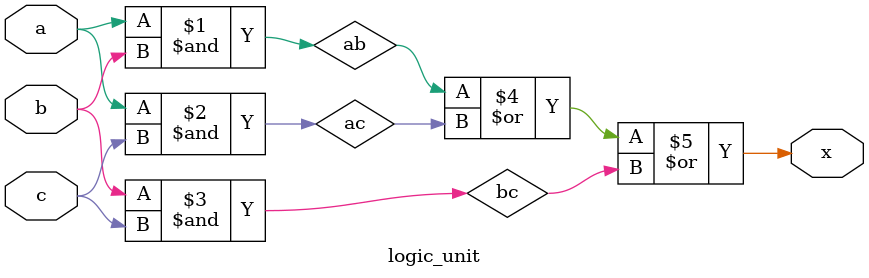
<source format=v>
module logic_unit (
    input a,
    input b,
    input c,
    output x
);

    wire ab = a & b;
    wire ac = a & c;
    wire bc = b & c;
    
    assign x = ab | ac | bc;
    
endmodule
</source>
